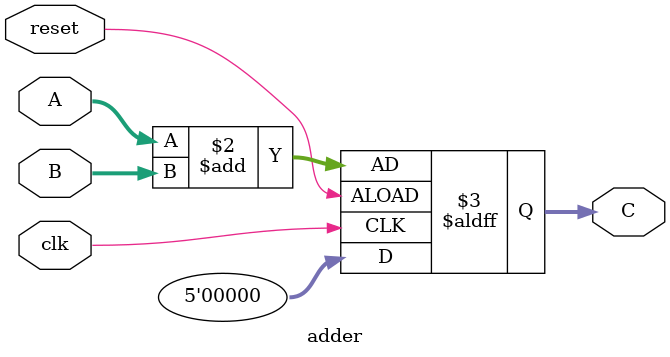
<source format=v>
module adder (
    input clk,
    input reset,
    input signed [3:0] A,
    input signed [3:0] B,
    output reg signed [4:0] C
);

    always @(posedge clk or negedge reset) begin
        if(reset) 
            C<= 5'b0;
        else
            C<= A+B ;
    end
    
endmodule
</source>
